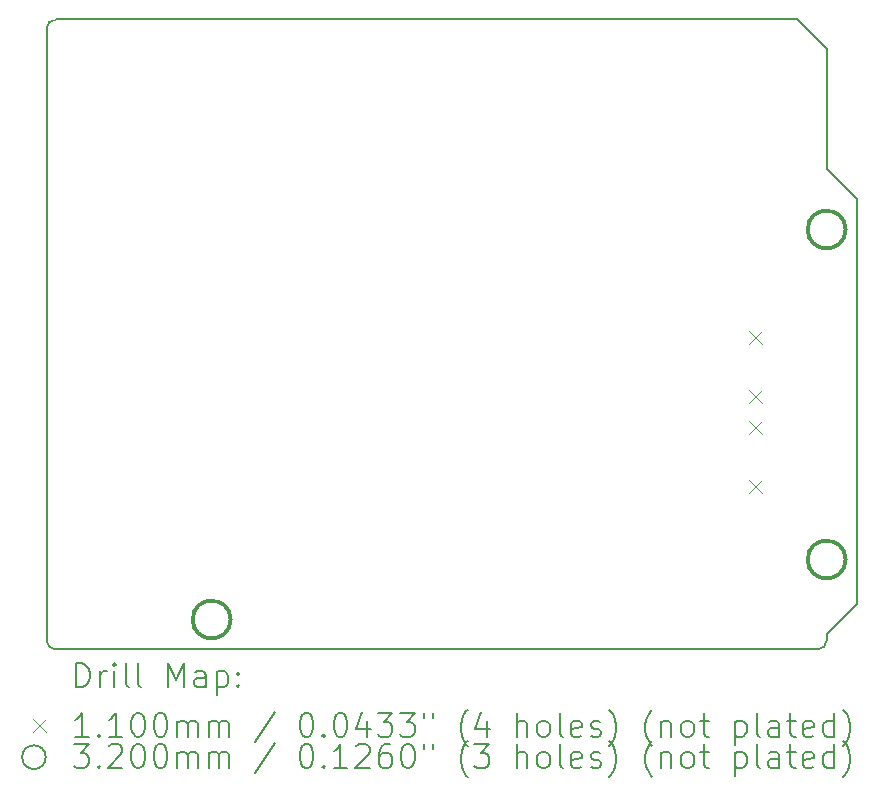
<source format=gbr>
%FSLAX45Y45*%
G04 Gerber Fmt 4.5, Leading zero omitted, Abs format (unit mm)*
G04 Created by KiCad (PCBNEW (6.0.6)) date 2022-07-11 15:06:24*
%MOMM*%
%LPD*%
G01*
G04 APERTURE LIST*
%TA.AperFunction,Profile*%
%ADD10C,0.150000*%
%TD*%
%ADD11C,0.200000*%
%ADD12C,0.110000*%
%ADD13C,0.320000*%
G04 APERTURE END LIST*
D10*
X16604000Y-5936000D02*
X16858000Y-6190000D01*
X10000000Y-9923800D02*
X10000000Y-4742200D01*
X16858000Y-6190000D02*
X16858000Y-9619000D01*
X16527800Y-10000000D02*
X10076200Y-10000000D01*
X10076200Y-4666000D02*
X16350000Y-4666000D01*
X10000000Y-9923800D02*
G75*
G03*
X10076200Y-10000000I76200J0D01*
G01*
X16858000Y-9619000D02*
X16604000Y-9873000D01*
X16350000Y-4666000D02*
X16604000Y-4920000D01*
X16527800Y-10000000D02*
G75*
G03*
X16604000Y-9923800I0J76200D01*
G01*
X16604000Y-4920000D02*
X16604000Y-5936000D01*
X16604000Y-9873000D02*
X16604000Y-9923800D01*
X10076200Y-4666000D02*
G75*
G03*
X10000000Y-4742200I0J-76200D01*
G01*
D11*
D12*
X15945000Y-7303000D02*
X16055000Y-7413000D01*
X16055000Y-7303000D02*
X15945000Y-7413000D01*
X15945000Y-7803000D02*
X16055000Y-7913000D01*
X16055000Y-7803000D02*
X15945000Y-7913000D01*
X15945000Y-8065000D02*
X16055000Y-8175000D01*
X16055000Y-8065000D02*
X15945000Y-8175000D01*
X15945000Y-8565000D02*
X16055000Y-8675000D01*
X16055000Y-8565000D02*
X15945000Y-8675000D01*
D13*
X11557000Y-9746000D02*
G75*
G03*
X11557000Y-9746000I-160000J0D01*
G01*
X16764000Y-6444000D02*
G75*
G03*
X16764000Y-6444000I-160000J0D01*
G01*
X16764000Y-9238000D02*
G75*
G03*
X16764000Y-9238000I-160000J0D01*
G01*
D11*
X10250119Y-10317976D02*
X10250119Y-10117976D01*
X10297738Y-10117976D01*
X10326310Y-10127500D01*
X10345357Y-10146548D01*
X10354881Y-10165595D01*
X10364405Y-10203690D01*
X10364405Y-10232262D01*
X10354881Y-10270357D01*
X10345357Y-10289405D01*
X10326310Y-10308452D01*
X10297738Y-10317976D01*
X10250119Y-10317976D01*
X10450119Y-10317976D02*
X10450119Y-10184643D01*
X10450119Y-10222738D02*
X10459643Y-10203690D01*
X10469167Y-10194167D01*
X10488214Y-10184643D01*
X10507262Y-10184643D01*
X10573929Y-10317976D02*
X10573929Y-10184643D01*
X10573929Y-10117976D02*
X10564405Y-10127500D01*
X10573929Y-10137024D01*
X10583452Y-10127500D01*
X10573929Y-10117976D01*
X10573929Y-10137024D01*
X10697738Y-10317976D02*
X10678690Y-10308452D01*
X10669167Y-10289405D01*
X10669167Y-10117976D01*
X10802500Y-10317976D02*
X10783452Y-10308452D01*
X10773929Y-10289405D01*
X10773929Y-10117976D01*
X11031071Y-10317976D02*
X11031071Y-10117976D01*
X11097738Y-10260833D01*
X11164405Y-10117976D01*
X11164405Y-10317976D01*
X11345357Y-10317976D02*
X11345357Y-10213214D01*
X11335833Y-10194167D01*
X11316786Y-10184643D01*
X11278690Y-10184643D01*
X11259643Y-10194167D01*
X11345357Y-10308452D02*
X11326309Y-10317976D01*
X11278690Y-10317976D01*
X11259643Y-10308452D01*
X11250119Y-10289405D01*
X11250119Y-10270357D01*
X11259643Y-10251310D01*
X11278690Y-10241786D01*
X11326309Y-10241786D01*
X11345357Y-10232262D01*
X11440595Y-10184643D02*
X11440595Y-10384643D01*
X11440595Y-10194167D02*
X11459643Y-10184643D01*
X11497738Y-10184643D01*
X11516786Y-10194167D01*
X11526309Y-10203690D01*
X11535833Y-10222738D01*
X11535833Y-10279881D01*
X11526309Y-10298929D01*
X11516786Y-10308452D01*
X11497738Y-10317976D01*
X11459643Y-10317976D01*
X11440595Y-10308452D01*
X11621548Y-10298929D02*
X11631071Y-10308452D01*
X11621548Y-10317976D01*
X11612024Y-10308452D01*
X11621548Y-10298929D01*
X11621548Y-10317976D01*
X11621548Y-10194167D02*
X11631071Y-10203690D01*
X11621548Y-10213214D01*
X11612024Y-10203690D01*
X11621548Y-10194167D01*
X11621548Y-10213214D01*
D12*
X9882500Y-10592500D02*
X9992500Y-10702500D01*
X9992500Y-10592500D02*
X9882500Y-10702500D01*
D11*
X10354881Y-10737976D02*
X10240595Y-10737976D01*
X10297738Y-10737976D02*
X10297738Y-10537976D01*
X10278690Y-10566548D01*
X10259643Y-10585595D01*
X10240595Y-10595119D01*
X10440595Y-10718929D02*
X10450119Y-10728452D01*
X10440595Y-10737976D01*
X10431071Y-10728452D01*
X10440595Y-10718929D01*
X10440595Y-10737976D01*
X10640595Y-10737976D02*
X10526310Y-10737976D01*
X10583452Y-10737976D02*
X10583452Y-10537976D01*
X10564405Y-10566548D01*
X10545357Y-10585595D01*
X10526310Y-10595119D01*
X10764405Y-10537976D02*
X10783452Y-10537976D01*
X10802500Y-10547500D01*
X10812024Y-10557024D01*
X10821548Y-10576071D01*
X10831071Y-10614167D01*
X10831071Y-10661786D01*
X10821548Y-10699881D01*
X10812024Y-10718929D01*
X10802500Y-10728452D01*
X10783452Y-10737976D01*
X10764405Y-10737976D01*
X10745357Y-10728452D01*
X10735833Y-10718929D01*
X10726310Y-10699881D01*
X10716786Y-10661786D01*
X10716786Y-10614167D01*
X10726310Y-10576071D01*
X10735833Y-10557024D01*
X10745357Y-10547500D01*
X10764405Y-10537976D01*
X10954881Y-10537976D02*
X10973929Y-10537976D01*
X10992976Y-10547500D01*
X11002500Y-10557024D01*
X11012024Y-10576071D01*
X11021548Y-10614167D01*
X11021548Y-10661786D01*
X11012024Y-10699881D01*
X11002500Y-10718929D01*
X10992976Y-10728452D01*
X10973929Y-10737976D01*
X10954881Y-10737976D01*
X10935833Y-10728452D01*
X10926310Y-10718929D01*
X10916786Y-10699881D01*
X10907262Y-10661786D01*
X10907262Y-10614167D01*
X10916786Y-10576071D01*
X10926310Y-10557024D01*
X10935833Y-10547500D01*
X10954881Y-10537976D01*
X11107262Y-10737976D02*
X11107262Y-10604643D01*
X11107262Y-10623690D02*
X11116786Y-10614167D01*
X11135833Y-10604643D01*
X11164405Y-10604643D01*
X11183452Y-10614167D01*
X11192976Y-10633214D01*
X11192976Y-10737976D01*
X11192976Y-10633214D02*
X11202500Y-10614167D01*
X11221548Y-10604643D01*
X11250119Y-10604643D01*
X11269167Y-10614167D01*
X11278690Y-10633214D01*
X11278690Y-10737976D01*
X11373928Y-10737976D02*
X11373928Y-10604643D01*
X11373928Y-10623690D02*
X11383452Y-10614167D01*
X11402500Y-10604643D01*
X11431071Y-10604643D01*
X11450119Y-10614167D01*
X11459643Y-10633214D01*
X11459643Y-10737976D01*
X11459643Y-10633214D02*
X11469167Y-10614167D01*
X11488214Y-10604643D01*
X11516786Y-10604643D01*
X11535833Y-10614167D01*
X11545357Y-10633214D01*
X11545357Y-10737976D01*
X11935833Y-10528452D02*
X11764405Y-10785595D01*
X12192976Y-10537976D02*
X12212024Y-10537976D01*
X12231071Y-10547500D01*
X12240595Y-10557024D01*
X12250119Y-10576071D01*
X12259643Y-10614167D01*
X12259643Y-10661786D01*
X12250119Y-10699881D01*
X12240595Y-10718929D01*
X12231071Y-10728452D01*
X12212024Y-10737976D01*
X12192976Y-10737976D01*
X12173928Y-10728452D01*
X12164405Y-10718929D01*
X12154881Y-10699881D01*
X12145357Y-10661786D01*
X12145357Y-10614167D01*
X12154881Y-10576071D01*
X12164405Y-10557024D01*
X12173928Y-10547500D01*
X12192976Y-10537976D01*
X12345357Y-10718929D02*
X12354881Y-10728452D01*
X12345357Y-10737976D01*
X12335833Y-10728452D01*
X12345357Y-10718929D01*
X12345357Y-10737976D01*
X12478690Y-10537976D02*
X12497738Y-10537976D01*
X12516786Y-10547500D01*
X12526309Y-10557024D01*
X12535833Y-10576071D01*
X12545357Y-10614167D01*
X12545357Y-10661786D01*
X12535833Y-10699881D01*
X12526309Y-10718929D01*
X12516786Y-10728452D01*
X12497738Y-10737976D01*
X12478690Y-10737976D01*
X12459643Y-10728452D01*
X12450119Y-10718929D01*
X12440595Y-10699881D01*
X12431071Y-10661786D01*
X12431071Y-10614167D01*
X12440595Y-10576071D01*
X12450119Y-10557024D01*
X12459643Y-10547500D01*
X12478690Y-10537976D01*
X12716786Y-10604643D02*
X12716786Y-10737976D01*
X12669167Y-10528452D02*
X12621548Y-10671310D01*
X12745357Y-10671310D01*
X12802500Y-10537976D02*
X12926309Y-10537976D01*
X12859643Y-10614167D01*
X12888214Y-10614167D01*
X12907262Y-10623690D01*
X12916786Y-10633214D01*
X12926309Y-10652262D01*
X12926309Y-10699881D01*
X12916786Y-10718929D01*
X12907262Y-10728452D01*
X12888214Y-10737976D01*
X12831071Y-10737976D01*
X12812024Y-10728452D01*
X12802500Y-10718929D01*
X12992976Y-10537976D02*
X13116786Y-10537976D01*
X13050119Y-10614167D01*
X13078690Y-10614167D01*
X13097738Y-10623690D01*
X13107262Y-10633214D01*
X13116786Y-10652262D01*
X13116786Y-10699881D01*
X13107262Y-10718929D01*
X13097738Y-10728452D01*
X13078690Y-10737976D01*
X13021548Y-10737976D01*
X13002500Y-10728452D01*
X12992976Y-10718929D01*
X13192976Y-10537976D02*
X13192976Y-10576071D01*
X13269167Y-10537976D02*
X13269167Y-10576071D01*
X13564405Y-10814167D02*
X13554881Y-10804643D01*
X13535833Y-10776071D01*
X13526309Y-10757024D01*
X13516786Y-10728452D01*
X13507262Y-10680833D01*
X13507262Y-10642738D01*
X13516786Y-10595119D01*
X13526309Y-10566548D01*
X13535833Y-10547500D01*
X13554881Y-10518929D01*
X13564405Y-10509405D01*
X13726309Y-10604643D02*
X13726309Y-10737976D01*
X13678690Y-10528452D02*
X13631071Y-10671310D01*
X13754881Y-10671310D01*
X13983452Y-10737976D02*
X13983452Y-10537976D01*
X14069167Y-10737976D02*
X14069167Y-10633214D01*
X14059643Y-10614167D01*
X14040595Y-10604643D01*
X14012024Y-10604643D01*
X13992976Y-10614167D01*
X13983452Y-10623690D01*
X14192976Y-10737976D02*
X14173928Y-10728452D01*
X14164405Y-10718929D01*
X14154881Y-10699881D01*
X14154881Y-10642738D01*
X14164405Y-10623690D01*
X14173928Y-10614167D01*
X14192976Y-10604643D01*
X14221548Y-10604643D01*
X14240595Y-10614167D01*
X14250119Y-10623690D01*
X14259643Y-10642738D01*
X14259643Y-10699881D01*
X14250119Y-10718929D01*
X14240595Y-10728452D01*
X14221548Y-10737976D01*
X14192976Y-10737976D01*
X14373928Y-10737976D02*
X14354881Y-10728452D01*
X14345357Y-10709405D01*
X14345357Y-10537976D01*
X14526309Y-10728452D02*
X14507262Y-10737976D01*
X14469167Y-10737976D01*
X14450119Y-10728452D01*
X14440595Y-10709405D01*
X14440595Y-10633214D01*
X14450119Y-10614167D01*
X14469167Y-10604643D01*
X14507262Y-10604643D01*
X14526309Y-10614167D01*
X14535833Y-10633214D01*
X14535833Y-10652262D01*
X14440595Y-10671310D01*
X14612024Y-10728452D02*
X14631071Y-10737976D01*
X14669167Y-10737976D01*
X14688214Y-10728452D01*
X14697738Y-10709405D01*
X14697738Y-10699881D01*
X14688214Y-10680833D01*
X14669167Y-10671310D01*
X14640595Y-10671310D01*
X14621548Y-10661786D01*
X14612024Y-10642738D01*
X14612024Y-10633214D01*
X14621548Y-10614167D01*
X14640595Y-10604643D01*
X14669167Y-10604643D01*
X14688214Y-10614167D01*
X14764405Y-10814167D02*
X14773928Y-10804643D01*
X14792976Y-10776071D01*
X14802500Y-10757024D01*
X14812024Y-10728452D01*
X14821548Y-10680833D01*
X14821548Y-10642738D01*
X14812024Y-10595119D01*
X14802500Y-10566548D01*
X14792976Y-10547500D01*
X14773928Y-10518929D01*
X14764405Y-10509405D01*
X15126309Y-10814167D02*
X15116786Y-10804643D01*
X15097738Y-10776071D01*
X15088214Y-10757024D01*
X15078690Y-10728452D01*
X15069167Y-10680833D01*
X15069167Y-10642738D01*
X15078690Y-10595119D01*
X15088214Y-10566548D01*
X15097738Y-10547500D01*
X15116786Y-10518929D01*
X15126309Y-10509405D01*
X15202500Y-10604643D02*
X15202500Y-10737976D01*
X15202500Y-10623690D02*
X15212024Y-10614167D01*
X15231071Y-10604643D01*
X15259643Y-10604643D01*
X15278690Y-10614167D01*
X15288214Y-10633214D01*
X15288214Y-10737976D01*
X15412024Y-10737976D02*
X15392976Y-10728452D01*
X15383452Y-10718929D01*
X15373928Y-10699881D01*
X15373928Y-10642738D01*
X15383452Y-10623690D01*
X15392976Y-10614167D01*
X15412024Y-10604643D01*
X15440595Y-10604643D01*
X15459643Y-10614167D01*
X15469167Y-10623690D01*
X15478690Y-10642738D01*
X15478690Y-10699881D01*
X15469167Y-10718929D01*
X15459643Y-10728452D01*
X15440595Y-10737976D01*
X15412024Y-10737976D01*
X15535833Y-10604643D02*
X15612024Y-10604643D01*
X15564405Y-10537976D02*
X15564405Y-10709405D01*
X15573928Y-10728452D01*
X15592976Y-10737976D01*
X15612024Y-10737976D01*
X15831071Y-10604643D02*
X15831071Y-10804643D01*
X15831071Y-10614167D02*
X15850119Y-10604643D01*
X15888214Y-10604643D01*
X15907262Y-10614167D01*
X15916786Y-10623690D01*
X15926309Y-10642738D01*
X15926309Y-10699881D01*
X15916786Y-10718929D01*
X15907262Y-10728452D01*
X15888214Y-10737976D01*
X15850119Y-10737976D01*
X15831071Y-10728452D01*
X16040595Y-10737976D02*
X16021548Y-10728452D01*
X16012024Y-10709405D01*
X16012024Y-10537976D01*
X16202500Y-10737976D02*
X16202500Y-10633214D01*
X16192976Y-10614167D01*
X16173928Y-10604643D01*
X16135833Y-10604643D01*
X16116786Y-10614167D01*
X16202500Y-10728452D02*
X16183452Y-10737976D01*
X16135833Y-10737976D01*
X16116786Y-10728452D01*
X16107262Y-10709405D01*
X16107262Y-10690357D01*
X16116786Y-10671310D01*
X16135833Y-10661786D01*
X16183452Y-10661786D01*
X16202500Y-10652262D01*
X16269167Y-10604643D02*
X16345357Y-10604643D01*
X16297738Y-10537976D02*
X16297738Y-10709405D01*
X16307262Y-10728452D01*
X16326309Y-10737976D01*
X16345357Y-10737976D01*
X16488214Y-10728452D02*
X16469167Y-10737976D01*
X16431071Y-10737976D01*
X16412024Y-10728452D01*
X16402500Y-10709405D01*
X16402500Y-10633214D01*
X16412024Y-10614167D01*
X16431071Y-10604643D01*
X16469167Y-10604643D01*
X16488214Y-10614167D01*
X16497738Y-10633214D01*
X16497738Y-10652262D01*
X16402500Y-10671310D01*
X16669167Y-10737976D02*
X16669167Y-10537976D01*
X16669167Y-10728452D02*
X16650119Y-10737976D01*
X16612024Y-10737976D01*
X16592976Y-10728452D01*
X16583452Y-10718929D01*
X16573928Y-10699881D01*
X16573928Y-10642738D01*
X16583452Y-10623690D01*
X16592976Y-10614167D01*
X16612024Y-10604643D01*
X16650119Y-10604643D01*
X16669167Y-10614167D01*
X16745357Y-10814167D02*
X16754881Y-10804643D01*
X16773928Y-10776071D01*
X16783452Y-10757024D01*
X16792976Y-10728452D01*
X16802500Y-10680833D01*
X16802500Y-10642738D01*
X16792976Y-10595119D01*
X16783452Y-10566548D01*
X16773928Y-10547500D01*
X16754881Y-10518929D01*
X16745357Y-10509405D01*
X9992500Y-10911500D02*
G75*
G03*
X9992500Y-10911500I-100000J0D01*
G01*
X10231071Y-10801976D02*
X10354881Y-10801976D01*
X10288214Y-10878167D01*
X10316786Y-10878167D01*
X10335833Y-10887690D01*
X10345357Y-10897214D01*
X10354881Y-10916262D01*
X10354881Y-10963881D01*
X10345357Y-10982929D01*
X10335833Y-10992452D01*
X10316786Y-11001976D01*
X10259643Y-11001976D01*
X10240595Y-10992452D01*
X10231071Y-10982929D01*
X10440595Y-10982929D02*
X10450119Y-10992452D01*
X10440595Y-11001976D01*
X10431071Y-10992452D01*
X10440595Y-10982929D01*
X10440595Y-11001976D01*
X10526310Y-10821024D02*
X10535833Y-10811500D01*
X10554881Y-10801976D01*
X10602500Y-10801976D01*
X10621548Y-10811500D01*
X10631071Y-10821024D01*
X10640595Y-10840071D01*
X10640595Y-10859119D01*
X10631071Y-10887690D01*
X10516786Y-11001976D01*
X10640595Y-11001976D01*
X10764405Y-10801976D02*
X10783452Y-10801976D01*
X10802500Y-10811500D01*
X10812024Y-10821024D01*
X10821548Y-10840071D01*
X10831071Y-10878167D01*
X10831071Y-10925786D01*
X10821548Y-10963881D01*
X10812024Y-10982929D01*
X10802500Y-10992452D01*
X10783452Y-11001976D01*
X10764405Y-11001976D01*
X10745357Y-10992452D01*
X10735833Y-10982929D01*
X10726310Y-10963881D01*
X10716786Y-10925786D01*
X10716786Y-10878167D01*
X10726310Y-10840071D01*
X10735833Y-10821024D01*
X10745357Y-10811500D01*
X10764405Y-10801976D01*
X10954881Y-10801976D02*
X10973929Y-10801976D01*
X10992976Y-10811500D01*
X11002500Y-10821024D01*
X11012024Y-10840071D01*
X11021548Y-10878167D01*
X11021548Y-10925786D01*
X11012024Y-10963881D01*
X11002500Y-10982929D01*
X10992976Y-10992452D01*
X10973929Y-11001976D01*
X10954881Y-11001976D01*
X10935833Y-10992452D01*
X10926310Y-10982929D01*
X10916786Y-10963881D01*
X10907262Y-10925786D01*
X10907262Y-10878167D01*
X10916786Y-10840071D01*
X10926310Y-10821024D01*
X10935833Y-10811500D01*
X10954881Y-10801976D01*
X11107262Y-11001976D02*
X11107262Y-10868643D01*
X11107262Y-10887690D02*
X11116786Y-10878167D01*
X11135833Y-10868643D01*
X11164405Y-10868643D01*
X11183452Y-10878167D01*
X11192976Y-10897214D01*
X11192976Y-11001976D01*
X11192976Y-10897214D02*
X11202500Y-10878167D01*
X11221548Y-10868643D01*
X11250119Y-10868643D01*
X11269167Y-10878167D01*
X11278690Y-10897214D01*
X11278690Y-11001976D01*
X11373928Y-11001976D02*
X11373928Y-10868643D01*
X11373928Y-10887690D02*
X11383452Y-10878167D01*
X11402500Y-10868643D01*
X11431071Y-10868643D01*
X11450119Y-10878167D01*
X11459643Y-10897214D01*
X11459643Y-11001976D01*
X11459643Y-10897214D02*
X11469167Y-10878167D01*
X11488214Y-10868643D01*
X11516786Y-10868643D01*
X11535833Y-10878167D01*
X11545357Y-10897214D01*
X11545357Y-11001976D01*
X11935833Y-10792452D02*
X11764405Y-11049595D01*
X12192976Y-10801976D02*
X12212024Y-10801976D01*
X12231071Y-10811500D01*
X12240595Y-10821024D01*
X12250119Y-10840071D01*
X12259643Y-10878167D01*
X12259643Y-10925786D01*
X12250119Y-10963881D01*
X12240595Y-10982929D01*
X12231071Y-10992452D01*
X12212024Y-11001976D01*
X12192976Y-11001976D01*
X12173928Y-10992452D01*
X12164405Y-10982929D01*
X12154881Y-10963881D01*
X12145357Y-10925786D01*
X12145357Y-10878167D01*
X12154881Y-10840071D01*
X12164405Y-10821024D01*
X12173928Y-10811500D01*
X12192976Y-10801976D01*
X12345357Y-10982929D02*
X12354881Y-10992452D01*
X12345357Y-11001976D01*
X12335833Y-10992452D01*
X12345357Y-10982929D01*
X12345357Y-11001976D01*
X12545357Y-11001976D02*
X12431071Y-11001976D01*
X12488214Y-11001976D02*
X12488214Y-10801976D01*
X12469167Y-10830548D01*
X12450119Y-10849595D01*
X12431071Y-10859119D01*
X12621548Y-10821024D02*
X12631071Y-10811500D01*
X12650119Y-10801976D01*
X12697738Y-10801976D01*
X12716786Y-10811500D01*
X12726309Y-10821024D01*
X12735833Y-10840071D01*
X12735833Y-10859119D01*
X12726309Y-10887690D01*
X12612024Y-11001976D01*
X12735833Y-11001976D01*
X12907262Y-10801976D02*
X12869167Y-10801976D01*
X12850119Y-10811500D01*
X12840595Y-10821024D01*
X12821548Y-10849595D01*
X12812024Y-10887690D01*
X12812024Y-10963881D01*
X12821548Y-10982929D01*
X12831071Y-10992452D01*
X12850119Y-11001976D01*
X12888214Y-11001976D01*
X12907262Y-10992452D01*
X12916786Y-10982929D01*
X12926309Y-10963881D01*
X12926309Y-10916262D01*
X12916786Y-10897214D01*
X12907262Y-10887690D01*
X12888214Y-10878167D01*
X12850119Y-10878167D01*
X12831071Y-10887690D01*
X12821548Y-10897214D01*
X12812024Y-10916262D01*
X13050119Y-10801976D02*
X13069167Y-10801976D01*
X13088214Y-10811500D01*
X13097738Y-10821024D01*
X13107262Y-10840071D01*
X13116786Y-10878167D01*
X13116786Y-10925786D01*
X13107262Y-10963881D01*
X13097738Y-10982929D01*
X13088214Y-10992452D01*
X13069167Y-11001976D01*
X13050119Y-11001976D01*
X13031071Y-10992452D01*
X13021548Y-10982929D01*
X13012024Y-10963881D01*
X13002500Y-10925786D01*
X13002500Y-10878167D01*
X13012024Y-10840071D01*
X13021548Y-10821024D01*
X13031071Y-10811500D01*
X13050119Y-10801976D01*
X13192976Y-10801976D02*
X13192976Y-10840071D01*
X13269167Y-10801976D02*
X13269167Y-10840071D01*
X13564405Y-11078167D02*
X13554881Y-11068643D01*
X13535833Y-11040071D01*
X13526309Y-11021024D01*
X13516786Y-10992452D01*
X13507262Y-10944833D01*
X13507262Y-10906738D01*
X13516786Y-10859119D01*
X13526309Y-10830548D01*
X13535833Y-10811500D01*
X13554881Y-10782929D01*
X13564405Y-10773405D01*
X13621548Y-10801976D02*
X13745357Y-10801976D01*
X13678690Y-10878167D01*
X13707262Y-10878167D01*
X13726309Y-10887690D01*
X13735833Y-10897214D01*
X13745357Y-10916262D01*
X13745357Y-10963881D01*
X13735833Y-10982929D01*
X13726309Y-10992452D01*
X13707262Y-11001976D01*
X13650119Y-11001976D01*
X13631071Y-10992452D01*
X13621548Y-10982929D01*
X13983452Y-11001976D02*
X13983452Y-10801976D01*
X14069167Y-11001976D02*
X14069167Y-10897214D01*
X14059643Y-10878167D01*
X14040595Y-10868643D01*
X14012024Y-10868643D01*
X13992976Y-10878167D01*
X13983452Y-10887690D01*
X14192976Y-11001976D02*
X14173928Y-10992452D01*
X14164405Y-10982929D01*
X14154881Y-10963881D01*
X14154881Y-10906738D01*
X14164405Y-10887690D01*
X14173928Y-10878167D01*
X14192976Y-10868643D01*
X14221548Y-10868643D01*
X14240595Y-10878167D01*
X14250119Y-10887690D01*
X14259643Y-10906738D01*
X14259643Y-10963881D01*
X14250119Y-10982929D01*
X14240595Y-10992452D01*
X14221548Y-11001976D01*
X14192976Y-11001976D01*
X14373928Y-11001976D02*
X14354881Y-10992452D01*
X14345357Y-10973405D01*
X14345357Y-10801976D01*
X14526309Y-10992452D02*
X14507262Y-11001976D01*
X14469167Y-11001976D01*
X14450119Y-10992452D01*
X14440595Y-10973405D01*
X14440595Y-10897214D01*
X14450119Y-10878167D01*
X14469167Y-10868643D01*
X14507262Y-10868643D01*
X14526309Y-10878167D01*
X14535833Y-10897214D01*
X14535833Y-10916262D01*
X14440595Y-10935310D01*
X14612024Y-10992452D02*
X14631071Y-11001976D01*
X14669167Y-11001976D01*
X14688214Y-10992452D01*
X14697738Y-10973405D01*
X14697738Y-10963881D01*
X14688214Y-10944833D01*
X14669167Y-10935310D01*
X14640595Y-10935310D01*
X14621548Y-10925786D01*
X14612024Y-10906738D01*
X14612024Y-10897214D01*
X14621548Y-10878167D01*
X14640595Y-10868643D01*
X14669167Y-10868643D01*
X14688214Y-10878167D01*
X14764405Y-11078167D02*
X14773928Y-11068643D01*
X14792976Y-11040071D01*
X14802500Y-11021024D01*
X14812024Y-10992452D01*
X14821548Y-10944833D01*
X14821548Y-10906738D01*
X14812024Y-10859119D01*
X14802500Y-10830548D01*
X14792976Y-10811500D01*
X14773928Y-10782929D01*
X14764405Y-10773405D01*
X15126309Y-11078167D02*
X15116786Y-11068643D01*
X15097738Y-11040071D01*
X15088214Y-11021024D01*
X15078690Y-10992452D01*
X15069167Y-10944833D01*
X15069167Y-10906738D01*
X15078690Y-10859119D01*
X15088214Y-10830548D01*
X15097738Y-10811500D01*
X15116786Y-10782929D01*
X15126309Y-10773405D01*
X15202500Y-10868643D02*
X15202500Y-11001976D01*
X15202500Y-10887690D02*
X15212024Y-10878167D01*
X15231071Y-10868643D01*
X15259643Y-10868643D01*
X15278690Y-10878167D01*
X15288214Y-10897214D01*
X15288214Y-11001976D01*
X15412024Y-11001976D02*
X15392976Y-10992452D01*
X15383452Y-10982929D01*
X15373928Y-10963881D01*
X15373928Y-10906738D01*
X15383452Y-10887690D01*
X15392976Y-10878167D01*
X15412024Y-10868643D01*
X15440595Y-10868643D01*
X15459643Y-10878167D01*
X15469167Y-10887690D01*
X15478690Y-10906738D01*
X15478690Y-10963881D01*
X15469167Y-10982929D01*
X15459643Y-10992452D01*
X15440595Y-11001976D01*
X15412024Y-11001976D01*
X15535833Y-10868643D02*
X15612024Y-10868643D01*
X15564405Y-10801976D02*
X15564405Y-10973405D01*
X15573928Y-10992452D01*
X15592976Y-11001976D01*
X15612024Y-11001976D01*
X15831071Y-10868643D02*
X15831071Y-11068643D01*
X15831071Y-10878167D02*
X15850119Y-10868643D01*
X15888214Y-10868643D01*
X15907262Y-10878167D01*
X15916786Y-10887690D01*
X15926309Y-10906738D01*
X15926309Y-10963881D01*
X15916786Y-10982929D01*
X15907262Y-10992452D01*
X15888214Y-11001976D01*
X15850119Y-11001976D01*
X15831071Y-10992452D01*
X16040595Y-11001976D02*
X16021548Y-10992452D01*
X16012024Y-10973405D01*
X16012024Y-10801976D01*
X16202500Y-11001976D02*
X16202500Y-10897214D01*
X16192976Y-10878167D01*
X16173928Y-10868643D01*
X16135833Y-10868643D01*
X16116786Y-10878167D01*
X16202500Y-10992452D02*
X16183452Y-11001976D01*
X16135833Y-11001976D01*
X16116786Y-10992452D01*
X16107262Y-10973405D01*
X16107262Y-10954357D01*
X16116786Y-10935310D01*
X16135833Y-10925786D01*
X16183452Y-10925786D01*
X16202500Y-10916262D01*
X16269167Y-10868643D02*
X16345357Y-10868643D01*
X16297738Y-10801976D02*
X16297738Y-10973405D01*
X16307262Y-10992452D01*
X16326309Y-11001976D01*
X16345357Y-11001976D01*
X16488214Y-10992452D02*
X16469167Y-11001976D01*
X16431071Y-11001976D01*
X16412024Y-10992452D01*
X16402500Y-10973405D01*
X16402500Y-10897214D01*
X16412024Y-10878167D01*
X16431071Y-10868643D01*
X16469167Y-10868643D01*
X16488214Y-10878167D01*
X16497738Y-10897214D01*
X16497738Y-10916262D01*
X16402500Y-10935310D01*
X16669167Y-11001976D02*
X16669167Y-10801976D01*
X16669167Y-10992452D02*
X16650119Y-11001976D01*
X16612024Y-11001976D01*
X16592976Y-10992452D01*
X16583452Y-10982929D01*
X16573928Y-10963881D01*
X16573928Y-10906738D01*
X16583452Y-10887690D01*
X16592976Y-10878167D01*
X16612024Y-10868643D01*
X16650119Y-10868643D01*
X16669167Y-10878167D01*
X16745357Y-11078167D02*
X16754881Y-11068643D01*
X16773928Y-11040071D01*
X16783452Y-11021024D01*
X16792976Y-10992452D01*
X16802500Y-10944833D01*
X16802500Y-10906738D01*
X16792976Y-10859119D01*
X16783452Y-10830548D01*
X16773928Y-10811500D01*
X16754881Y-10782929D01*
X16745357Y-10773405D01*
M02*

</source>
